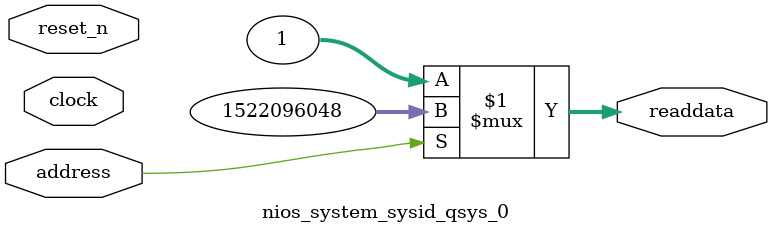
<source format=v>



// synthesis translate_off
`timescale 1ns / 1ps
// synthesis translate_on

// turn off superfluous verilog processor warnings 
// altera message_level Level1 
// altera message_off 10034 10035 10036 10037 10230 10240 10030 

module nios_system_sysid_qsys_0 (
               // inputs:
                address,
                clock,
                reset_n,

               // outputs:
                readdata
             )
;

  output  [ 31: 0] readdata;
  input            address;
  input            clock;
  input            reset_n;

  wire    [ 31: 0] readdata;
  //control_slave, which is an e_avalon_slave
  assign readdata = address ? 1522096048 : 1;

endmodule



</source>
